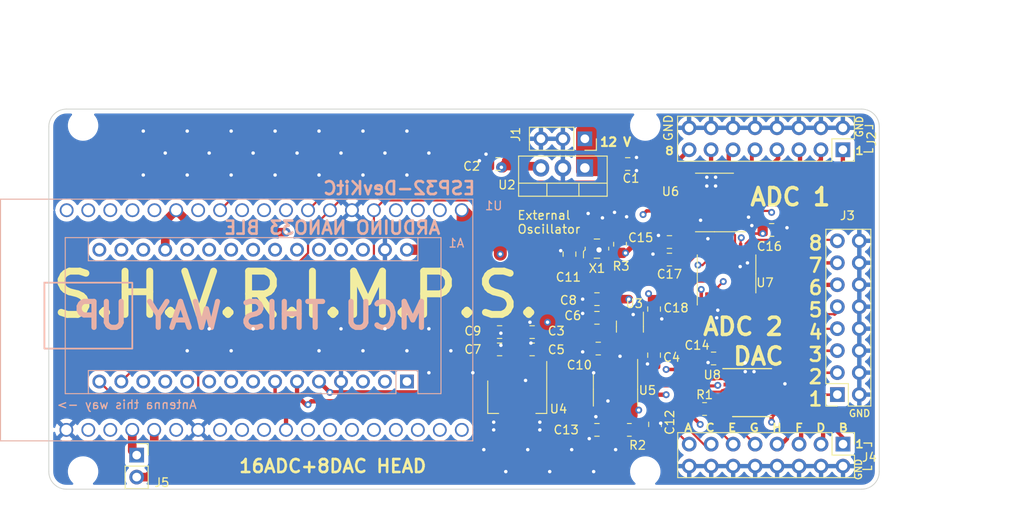
<source format=kicad_pcb>
(kicad_pcb (version 20211014) (generator pcbnew)
  (layers (0 "F.Cu" signal) (1 "In1.Cu" power) (2 "In2.Cu" mixed) (31 "B.Cu" power) (34 "B.Paste" user) (35 "F.Paste" user) (36 "B.SilkS" user "B.Silkscreen") (37 "F.SilkS" user "F.Silkscreen") (38 "B.Mask" user) (39 "F.Mask" user) (44 "Edge.Cuts" user))
  (net 0 "")
  (net 1 "+12V")
  (net 2 "Earth")
  (net 3 "+5V")
  (net 4 "+3.3VA")
  (net 5 "+3V3")
  (net 6 "Net-(C12-Pad1)")
  (net 7 "+3.3VDAC")
  (net 8 "VoutH")
  (net 9 "VoutG")
  (net 10 "VoutF")
  (net 11 "VoutE")
  (net 12 "VoutD")
  (net 13 "VoutC")
  (net 14 "VoutB")
  (net 15 "VoutA")
  (net 16 "ADC2_1")
  (net 17 "ADC2_2")
  (net 18 "ADC2_3")
  (net 19 "ADC2_4")
  (net 20 "ADC2_5")
  (net 21 "ADC2_6")
  (net 22 "ADC2_7")
  (net 23 "ADC2_8")
  (net 24 "ADC1_1")
  (net 25 "ADC1_2")
  (net 26 "ADC1_3")
  (net 27 "ADC1_4")
  (net 28 "ADC1_5")
  (net 29 "ADC1_6")
  (net 30 "ADC1_7")
  (net 31 "ADC1_8")
  (net 32 "Net-(R3-Pad1)")
  (net 33 "CLK")
  (net 34 "Net-(R1-Pad2)")
  (net 41 "LDAC")
  (net 42 "~{CLR}")
  (net 54 "MDAT")
  (net 55 "~{ADC2_CS}")
  (net 56 "~{ADC1_CS}")
  (net 59 "~{DAC_CS}")
  (net 60 "SK")
  (net 61 "PI")
  (net 62 "PO")
  (net 84 "RX")
  (net 85 "TX")
  (footprint "Package_SO:TSSOP-20_4.4x6.5mm_P0.65mm" (layer "F.Cu") (at 127 48.895 180)
    (fp_text reference "U6")
    (fp_text value "MCP3464R")
  )
  (footprint "Connector_PinSocket_2.54mm:PinSocket_1x02_P2.54mm_Vertical" (layer "F.Cu") (at 60.198 78.105)
    (fp_text reference "J5")
    (fp_text value "Conn_01x02_Male")
  )
  (footprint "Capacitor_SMD:C_0805_2012Metric_Pad1.18x1.45mm_HandSolder" (layer "F.Cu") (at 120.015 61.214 -90)
    (fp_text reference "C18")
    (fp_text value "0.1uF")
  )
  (footprint "Capacitor_SMD:C_0805_2012Metric_Pad1.18x1.45mm_HandSolder" (layer "F.Cu") (at 113.411 75.185 180)
    (fp_text reference "C13")
    (fp_text value "1nF")
  )
  (footprint "MountingHole:MountingHole_2.5mm" (layer "F.Cu") (at 54 40)
    (fp_text reference " ")
    (fp_text value "MountingHole_2.5mm")
  )
  (footprint "Package_SO:TSSOP-20_4.4x6.5mm_P0.65mm" (layer "F.Cu") (at 128.397 57.15 90)
    (fp_text reference "U7")
    (fp_text value "MCP3464R")
  )
  (footprint "Capacitor_SMD:C_0805_2012Metric_Pad1.18x1.45mm_HandSolder" (layer "F.Cu") (at 110.236 54.864 90)
    (fp_text reference "C11")
    (fp_text value "0.1uF" hide)
  )
  (footprint "Capacitor_SMD:C_0805_2012Metric_Pad1.18x1.45mm_HandSolder" (layer "F.Cu") (at 113.411 60.071 180)
    (fp_text reference "C8")
    (fp_text value "10uF" hide)
  )
  (footprint "MountingHole:MountingHole_2.5mm" (layer "F.Cu") (at 119 40)
    (fp_text reference " ")
    (fp_text value "MountingHole_2.5mm")
  )
  (footprint "Connector_PinSocket_2.54mm:PinSocket_2x08_P2.54mm_Vertical" (layer "F.Cu") (at 141.204 71.105 180)
    (fp_text reference "J3")
    (fp_text value "Conn_02x08_Odd_Even")
  )
  (footprint "Package_TO_SOT_SMD:SOT-223-3_TabPin2" (layer "F.Cu") (at 104.1955 71.374 -90)
    (fp_text reference "U4")
    (fp_text value "MCP1825S-3.3V" hide)
  )
  (footprint "Capacitor_SMD:C_0805_2012Metric_Pad1.18x1.45mm_HandSolder" (layer "F.Cu") (at 101.981 44.45 180)
    (fp_text reference "C2")
    (fp_text value "0.1uF")
  )
  (footprint "Resistor_SMD:R_0805_2012Metric_Pad1.20x1.40mm_HandSolder" (layer "F.Cu") (at 117.1565 75.185)
    (fp_text reference "R2")
    (fp_text value "50" hide)
  )
  (footprint "Capacitor_SMD:C_0805_2012Metric_Pad1.18x1.45mm_HandSolder" (layer "F.Cu") (at 105.918 63.88 180)
    (fp_text reference "C3")
    (fp_text value "10uF" hide)
  )
  (footprint "Capacitor_SMD:C_0805_2012Metric_Pad1.18x1.45mm_HandSolder" (layer "F.Cu") (at 126.8945 66.929 180)
    (fp_text reference "C14")
    (fp_text value "1uF")
  )
  (footprint "Capacitor_SMD:C_0805_2012Metric_Pad1.18x1.45mm_HandSolder" (layer "F.Cu") (at 120.1285 74.549 90)
    (fp_text reference "C12")
    (fp_text value "2.2uF" hide)
  )
  (footprint "MountingHole:MountingHole_2.5mm" (layer "F.Cu") (at 119 80)
    (fp_text reference " ")
    (fp_text value "MountingHole_2.5mm")
  )
  (footprint "Capacitor_SMD:C_0805_2012Metric_Pad1.18x1.45mm_HandSolder" (layer "F.Cu") (at 121.793 55.499 180)
    (fp_text reference "C17")
    (fp_text value "0.1uF")
  )
  (footprint "Package_TO_SOT_SMD:SOT-23" (layer "F.Cu") (at 117.221 63.246 -90)
    (fp_text reference "U3")
    (fp_text value "MCP1754S-3302xCB" hide)
  )
  (footprint "Capacitor_SMD:C_0805_2012Metric_Pad1.18x1.45mm_HandSolder" (layer "F.Cu") (at 102.1555 65.88)
    (fp_text reference "C7")
    (fp_text value "0.1uF" hide)
  )
  (footprint "Package_SO:SOIC-8_3.9x4.9mm_P1.27mm" (layer "F.Cu") (at 115.5565 70.485 -90)
    (fp_text reference "U5")
    (fp_text value "MCP1501-33xSN" hide)
  )
  (footprint "Capacitor_SMD:C_0805_2012Metric_Pad1.18x1.45mm_HandSolder" (layer "F.Cu") (at 116.967 44.45)
    (fp_text reference "C1")
    (fp_text value "0.1uF" hide)
  )
  (footprint "Package_TO_SOT_THT:TO-220-3_Vertical" (layer "F.Cu") (at 112.014 44.902 180)
    (fp_text reference "U2")
    (fp_text value "LM7805_TO220" hide)
  )
  (footprint "Capacitor_SMD:C_0805_2012Metric_Pad1.18x1.45mm_HandSolder" (layer "F.Cu") (at 102.1555 63.88)
    (fp_text reference "C9")
    (fp_text value "10uF" hide)
  )
  (footprint "Capacitor_SMD:C_0805_2012Metric_Pad1.18x1.45mm_HandSolder" (layer "F.Cu") (at 105.918 65.88 180)
    (fp_text reference "C5")
    (fp_text value "0.1uF" hide)
  )
  (footprint "Capacitor_SMD:C_0805_2012Metric_Pad1.18x1.45mm_HandSolder" (layer "F.Cu") (at 133.604 52.07)
    (fp_text reference "C16")
    (fp_text value "0.1uF")
  )
  (footprint "Resistor_SMD:R_0805_2012Metric_Pad1.20x1.40mm_HandSolder" (layer "F.Cu") (at 125.857 72.771)
    (fp_text reference "R1")
    (fp_text value "0")
  )
  (footprint "Package_SO:TSSOP-16-1EP_4.4x5mm_P0.65mm" (layer "F.Cu") (at 131.345 70.9265)
    (fp_text reference "U8")
    (fp_text value "DAC8568IAPW")
  )
  (footprint "MountingHole:MountingHole_2.5mm" (layer "F.Cu") (at 54 80)
    (fp_text reference " ")
    (fp_text value "MountingHole_2.5mm")
  )
  (footprint "Connector_PinSocket_2.54mm:PinSocket_1x03_P2.54mm_Vertical" (layer "F.Cu") (at 112.014 41.529 -90)
    (fp_text reference "J1")
    (fp_text value "Conn_01x03_Male")
  )
  (footprint "Capacitor_SMD:C_0805_2012Metric_Pad1.18x1.45mm_HandSolder" (layer "F.Cu") (at 113.411 62.23 180)
    (fp_text reference "C6")
    (fp_text value "0.1uF" hide)
  )
  (footprint "Resistor_SMD:R_0805_2012Metric_Pad1.20x1.40mm_HandSolder" (layer "F.Cu") (at 116.078 53.721 -90)
    (fp_text reference "R3")
    (fp_text value "0")
  )
  (footprint "Capacitor_SMD:C_0805_2012Metric_Pad1.18x1.45mm_HandSolder" (layer "F.Cu") (at 113.5595 65.785 180)
    (fp_text reference "C10")
    (fp_text value "2.2uF" hide)
  )
  (footprint "Capacitor_SMD:C_0805_2012Metric_Pad1.18x1.45mm_HandSolder" (layer "F.Cu") (at 121.793 53.467 180)
    (fp_text reference "C15")
    (fp_text value "0.1uF")
  )
  (footprint "Capacitor_SMD:C_0805_2012Metric_Pad1.18x1.45mm_HandSolder" (layer "F.Cu") (at 120.015 66.548 -90)
    (fp_text reference "C4")
    (fp_text value "0.1uF" hide)
  )
  (footprint "Connector_PinSocket_2.54mm:PinSocket_2x08_P2.54mm_Vertical" (layer "F.Cu") (at 141.844 42.799 -90)
    (fp_text reference "J2")
    (fp_text value "Conn_02x08_Odd_Even")
  )
  (footprint "Oscillator:Oscillator_SMD_ECS_2520MV-xxx-xx-4Pin_2.5x2.0mm" (layer "F.Cu") (at 113.411 54.229 90)
    (fp_text reference "X1")
    (fp_text value "ECS-2520MVLC-049-BN-TR" hide)
  )
  (footprint "Library:ESP32-devkitC-v4" (layer "B.Cu") (at 65.019 61.976 -90)
    (fp_text reference "U1")
    (fp_text value "ESP32-DevKit-C")
  )
  (footprint "Connector_PinSocket_2.54mm:PinSocket_2x08_P2.54mm_Vertical" (layer "B.Cu") (at 141.859 76.835 90)
    (fp_text reference "J4")
    (fp_text value "Conn_02x08_Odd_Even")
  )
  (footprint "Module:Arduino_Nano" (layer "B.Cu") (at 91.44 69.596 90)
    (fp_text reference "A1")
    (fp_text value "Arduino_Nano_v3.x")
  )
  (gr_rect (start 49.53 65.786) (end 59.69 58.166) (layer "B.SilkS") (width 0.2) (fill none))
  (gr_line (start 144.399 40.005) (end 145.288 40.005) (layer "F.SilkS") (width 0.15))
  (gr_line (start 145.161 76.708) (end 145.161 77.089) (layer "F.SilkS") (width 0.15))
  (gr_line (start 145.288 43.053) (end 145.288 42.672) (layer "F.SilkS") (width 0.15))
  (gr_line (start 145.288 40.005) (end 145.288 40.386) (layer "F.SilkS") (width 0.15))
  (gr_line (start 144.272 43.053) (end 145.288 43.053) (layer "F.SilkS") (width 0.15))
  (gr_line (start 145.161 79.756) (end 145.161 79.375) (layer "F.SilkS") (width 0.15))
  (gr_line (start 144.145 79.756) (end 145.161 79.756) (layer "F.SilkS") (width 0.15))
  (gr_line (start 144.272 76.708) (end 145.161 76.708) (layer "F.SilkS") (width 0.15))
  (gr_arc (start 52.07 82.042) (mid 50.633159 81.446841) (end 50.038 80.01) (layer "Edge.Cuts") (width 0.1))
  (gr_line (start 146.05 80.01) (end 146.05 40.132) (layer "Edge.Cuts") (width 0.1))
  (gr_line (start 144.018 38.1) (end 52.07 38.1) (layer "Edge.Cuts") (width 0.1))
  (gr_line (start 50.038 40.132) (end 50.038 80.01) (layer "Edge.Cuts") (width 0.1))
  (gr_line (start 52.07 82.042) (end 144.018 82.042) (layer "Edge.Cuts") (width 0.1))
  (gr_arc (start 146.05 80.01) (mid 145.454841 81.446841) (end 144.018 82.042) (layer "Edge.Cuts") (width 0.1))
  (gr_arc (start 144.018 38.1) (mid 145.454841 38.695159) (end 146.05 40.132) (layer "Edge.Cuts") (width 0.1))
  (gr_arc (start 50.038 40.132) (mid 50.633159 38.695159) (end 52.07 38.1) (layer "Edge.Cuts") (width 0.1))
  (gr_text "MCU THIS WAY UP" (at 73.406 61.976) (layer "B.SilkS") (effects (font (size 3 3) (thickness 0.6)) (justify mirror)))
  (gr_text "ESP32-DevKitC" (at 90.551 47.244) (layer "B.SilkS") (effects (font (size 1.5 1.5) (thickness 0.3)) (justify mirror)))
  (gr_text "Antenna this way ->" (at 59.055 72.263) (layer "B.SilkS") (effects (font (size 1 1)) (justify mirror)))
  (gr_text "ARDUINO NANO33 BLE" (at 82.804 51.816) (layer "B.SilkS") (effects (font (size 1.5 1.5) (thickness 0.3)) (justify mirror)))
  (gr_text "ADC 2" (at 130.302 63.246) (layer "F.SilkS") (effects (font (size 2 2) (thickness 0.4))))
  (gr_text "A  C  E  G  H  F  D  B" (at 132.969 74.93) (layer "F.SilkS") (effects (font (size 0.9 1.03) (thickness 0.2))))
  (gr_text "8\n7\n6\n5\n4\n3\n2\n1" (at 138.684 62.611) (layer "F.SilkS") (effects (font (size 1.6 1.6) (thickness 0.3))))
  (gr_text "1\n" (at 143.764 76.835) (layer "F.SilkS") (effects (font (size 0.9 1) (thickness 0.2))))
  (gr_text "DAC" (at 132.08 66.675) (layer "F.SilkS") (effects (font (size 2 2) (thickness 0.4))))
  (gr_text "GND" (at 143.637 79.756 90) (layer "F.SilkS") (effects (font (size 0.8 0.8))))
  (gr_text "GND" (at 143.764 40.132 90) (layer "F.SilkS") (effects (font (size 0.8 0.8))))
  (gr_text "GND" (at 121.666 40.259 90) (layer "F.SilkS") (effects (font (size 1 1))))
  (gr_text "External\nOscillator" (at 104.14 51.181) (layer "F.SilkS") (effects (font (size 1 1)) (justify left)))
  (gr_text "GND" (at 143.774 73.279) (layer "F.SilkS") (effects (font (size 0.8 0.8))))
  (gr_text "16ADC+8DAC HEAD" (at 71.882 79.375) (layer "F.SilkS") (effects (font (size 1.5 1.5) (thickness 0.3)) (justify left)))
  (gr_text "S.H.V.R.I.M.P.S." (at 78.613 59.563) (layer "F.SilkS") (effects (font (size 5 5) (thickness 0.8))))
  (gr_text "8" (at 121.793 42.926) (layer "F.SilkS") (effects (font (size 0.9 1) (thickness 0.2))))
  (gr_text "ADC 1" (at 135.763 48.26) (layer "F.SilkS") (effects (font (size 2 2) (thickness 0.4))))
  (gr_text "1" (at 143.764 42.926) (layer "F.SilkS") (effects (font (size 0.9 1) (thickness 0.2))))
  (gr_text "12 V" (at 115.57 41.91) (layer "F.SilkS") (effects (font (size 1 1) (thickness 0.25))))
  (segment (start 112.014 44.775) (end 112.466 44.323) (width 1) (layer "F.Cu") (net 1))
  (segment (start 115.4775 44.775) (end 115.9295 44.323) (width 0.25) (layer "F.Cu") (net 1))
  (segment (start 104.394 75.184) (end 106.807 75.184) (width 0.8) (layer "F.Cu") (net 2))
  (segment (start 104.8805 63.754) (end 104.8805 63.5215) (width 0.25) (layer "F.Cu") (net 2))
  (segment (start 104.1955 74.524) (end 104.1955 74.9855) (width 0.25) (layer "F.Cu") (net 2))
  (segment (start 100.203 44.45) (end 99.822 44.069) (width 1) (layer "F.Cu") (net 2))
  (segment (start 126.772 60.0125) (end 126.772 60.735717) (width 0.3) (layer "F.Cu") (net 2))
  (segment (start 100.9435 43.6665) (end 100.584 43.307) (width 1) (layer "F.Cu") (net 2))
  (segment (start 104.1955 68.5085) (end 105.156 69.469) (width 0.25) (layer "F.Cu") (net 2))
  (segment (start 113.652311 54.375651) (end 114.10366 54.827) (width 0.8) (layer "F.Cu") (net 2))
  (segment (start 109.596 54.4665) (end 110.236 53.8265) (width 0.8) (layer "F.Cu") (net 2))
  (segment (start 104.1955 67.974) (end 104.1955 68.5085) (width 0.25) (layer "F.Cu") (net 2))
  (segment (start 111.76 66.167) (end 112.4995 66.167) (width 0.25) (layer "F.Cu") (net 2))
  (segment (start 130.937 50.5945) (end 130.8625 50.52) (width 0.25) (layer "F.Cu") (net 2))
  (segment (start 104.1955 74.9855) (end 104.394 75.184) (width 0.25) (layer "F.Cu") (net 2))
  (segment (start 105.17356 65.754) (end 105.778495 65.149065) (width 0.25) (layer "F.Cu") (net 2))
  (segment (start 120.523 52.705) (end 120.523 53.213) (width 0.25) (layer "F.Cu") (net 2))
  (segment (start 113.6515 68.01) (end 113.605009 68.01) (width 0.25) (layer "F.Cu") (net 2))
  (segment (start 114.681 71.844489) (end 114.9215 72.084989) (width 0.5) (layer "F.Cu") (net 2))
  (segment (start 104.013 75.184) (end 101.473 75.184) (width 0.8) (layer "F.Cu") (net 2))
  (segment (start 106.786 74.274) (end 106.807 74.295) (width 0.25) (layer "F.Cu") (net 2))
  (segment (start 135.051714 69.9515) (end 135.1431 69.860114) (width 0.25) (layer "F.Cu") (net 2))
  (segment (start 120.523 55.499) (end 120.777 55.499) (width 0.25) (layer "F.Cu") (net 2))
  (segment (start 104.8805 65.754) (end 105.17356 65.754) (width 0.25) (layer "F.Cu") (net 2))
  (segment (start 125.171721 51.17) (end 124.1375 51.17) (width 0.25) (layer "F.Cu") (net 2))
  (segment (start 118.0615 62.3085) (end 118.171 62.3085) (width 0.6) (layer "F.Cu") (net 2))
  (segment (start 131.318 51.562) (end 131.191 51.435) (width 0.25) (layer "F.Cu") (net 2))
  (segment (start 125.391819 50.949902) (end 125.171721 51.17) (width 0.25) (layer "F.Cu") (net 2))
  (segment (start 126.772 60.735717) (end 127.377283 61.341) (width 0.3) (layer "F.Cu") (net 2))
  (segment (start 134.536 52.324) (end 134.874 52.324) (width 0.25) (layer "F.Cu") (net 2))
  (segment (start 114.9215 72.084989) (end 114.9215 72.96) (width 0.25) (layer "F.Cu") (net 2))
  (segment (start 131.191 51.435) (end 130.824511 51.435) (width 0.25) (layer "F.Cu") (net 2))
  (segment (start 104.1955 74.524) (end 104.1955 75.0015) (width 0.25) (layer "F.Cu") (net 2))
  (segment (start 103.193 63.754) (end 102.559 63.754) (width 0.25) (layer "F.Cu") (net 2))
  (segment (start 113.605009 68.01) (end 113.03 68.585009) (width 0.25) (layer "F.Cu") (net 2))
  (segment (start 117.602 61.849) (end 118.0615 62.3085) (width 0.6) (layer "F.Cu") (net 2))
  (segment (start 100.9435 44.45) (end 100.203 44.45) (width 1) (layer "F.Cu") (net 2))
  (segment (start 120.777923 74.417599) (end 120.772599 74.417599) (width 0.5) (layer "F.Cu") (net 2))
  (segment (start 104.1955 75.0015) (end 104.013 75.184) (width 0.25) (layer "F.Cu") (net 2))
  (segment (start 102.654 65.754) (end 102.305 65.405) (width 0.25) (layer "F.Cu") (net 2))
  (segment (start 119.888 67.564) (end 119.253 67.564) (width 0.25) (layer "F.Cu") (net 2))
  (segment (start 130.8625 50.52) (end 129.8625 50.52) (width 0.25) (layer "F.Cu") (net 2))
  (segment (start 134.12 69.9515) (end 135.051714 69.9515) (width 0.4) (layer "F.Cu") (net 2))
  (segment (start 126.2595 67.3995) (end 125.916 67.056) (width 0.25) (layer "F.Cu") (net 2))
  (segment (start 126.238 53.483639) (end 126.122 53.599639) (width 0.25) (layer "F.Cu") (net 2))
  (segment (start 126.122 53.599639) (end 126.122 54.2875) (width 0.25) (layer "F.Cu") (net 2))
  (segment (start 127.377283 61.341) (end 127.381 61.341) (width 0.3) (layer "F.Cu") (net 2))
  (segment (start 116.1915 66.7885) (end 116.078 66.675) (width 0.25) (layer "F.Cu") (net 2))
  (segment (start 104.8805 63.5215) (end 105.664 62.738) (width 0.25) (layer "F.Cu") (net 2))
  (segment (start 134.874 52.324) (end 135.382 51.816) (width 0.25) (layer "F.Cu") (net 2))
  (segment (start 113.284 73.3275) (end 113.6515 72.96) (width 0.25) (layer "F.Cu") (net 2))
  (segment (start 112.419 76.097) (end 112.419 75.185) (width 0.25) (layer "F.Cu") (net 2))
  (segment (start 109.22 54.4665) (end 109.596 54.4665) (width 0.8) (layer "F.Cu") (net 2))
  (segment (start 127.254 62.230011) (end 126.122 61.098011) (width 0.3) (layer "F.Cu") (net 2))
  (segment (start 116.1915 68.01) (end 116.1915 66.7885) (width 0.25) (layer "F.Cu") (net 2))
  (segment (start 130.559511 51.17) (end 129.8625 51.17) (width 0.25) (layer "F.Cu") (net 2))
  (segment (start 130.824511 51.435) (end 130.559511 51.17) (width 0.25) (layer "F.Cu") (net 2))
  (segment (start 113.284 73.66) (end 113.284 73.3275) (width 0.25) (layer "F.Cu") (net 2))
  (segment (start 120.523 53.213) (end 120.777 53.467) (width 0.25) (layer "F.Cu") (net 2))
  (segment (start 101.494 74.274) (end 101.473 74.295) (width 0.25) (layer "F.Cu") (net 2))
  (segment (start 126.238 53.086) (end 126.238 53.483639) (width 0.25) (layer "F.Cu") (net 2))
  (segment (start 120.772599 74.417599) (end 120.1285 73.7735) (width 0.5) (layer "F.Cu") (net 2))
  (segment (start 112.522 76.2) (end 112.419 76.097) (width 0.25) (layer "F.Cu") (net 2))
  (segment (start 104.1955 74.274) (end 106.786 74.274) (width 0.8) (layer "F.Cu") (net 2))
  (segment (start 114.10366 54.827) (end 114.336 54.827) (width 0.25) (layer "F.Cu") (net 2))
  (segment (start 104.1955 74.274) (end 101.494 74.274) (width 0.8) (layer "F.Cu") (net 2))
  (segment (start 102.559 63.754) (end 102.305 64.008) (width 0.25) (layer "F.Cu") (net 2))
  (segment (start 112.4995 66.167) (end 112.8815 65.785) (width 0.25) (layer "F.Cu") (net 2))
  (segment (start 103.193 65.754) (end 102.654 65.754) (width 0.25) (layer "F.Cu") (net 2))
  (segment (start 127.381 61.3495) (end 127.381 61.341) (width 0.25) (layer "F.Cu") (net 2))
  (segment (start 126.122 61.098011) (end 126.122 60.0125) (width 0.3) (layer "F.Cu") (net 2))
  (segment (start 119.888 54.864) (end 120.523 55.499) (width 0.25) (layer "F.Cu") (net 2))
  (segment (start 100.9435 44.45) (end 100.9435 43.6665) (width 1) (layer "F.Cu") (net 2))
  (via (at 127.254 62.230011) (size 0.8) (drill 0.4) (layers "F.Cu" "B.Cu") (net 2))
  (via (at 106.807 75.184) (size 0.8) (drill 0.4) (layers "F.Cu" "B.Cu") (net 2))
  (via (at 66.04 66.04) (size 0.8) (drill 0.4) (layers "F.Cu" "B.Cu") (net 2))
  (via (at 81.28 40.64) (size 0.8) (drill 0.4) (layers "F.Cu" "B.Cu") (net 2))
  (via (at 130.937 50.5945) (size 0.8) (drill 0.4) (layers "F.Cu" "B.Cu") (net 2))
  (via (at 117.983 43.688) (size 1.2) (drill 0.4) (layers "F.Cu" "B.Cu") (net 2))
  (via (at 115.57 77.47) (size 0.8) (drill 0.4) (layers "F.Cu" "B.Cu") (net 2))
  (via (at 127.127 46.99) (size 0.8) (drill 0.4) (layers "F.Cu" "B.Cu") (net 2))
  (via (at 113.284 73.66) (size 0.8) (drill 0.4) (layers "F.Cu" "B.Cu") (net 2))
  (via (at 126.2595 67.3995) (size 0.8) (drill 0.4) (layers "F.Cu" "B.Cu") (net 2))
  (via (at 127.381 61.3495) (size 0.8) (drill 0.4) (layers "F.Cu" "B.Cu") (net 2))
  (via (at 113.652311 54.375651) (size 0.8) (drill 0.6) (layers "F.Cu" "B.Cu") (net 2))
  (via (at 83.82 63.5) (size 0.8) (drill 0.4) (layers "F.Cu" "B.Cu") (net 2))
  (via (at 71.12 40.64) (size 0.8) (drill 0.4) (layers "F.Cu" "B.Cu") (net 2))
  (via (at 130.81 55.88) (size 0.8) (drill 0.4) (layers "F.Cu" "B.Cu") (net 2))
  (via (at 113.03 80.01) (size 0.8) (drill 0.4) (layers "F.Cu" "B.Cu") (net 2))
  (via (at 117.602 61.849) (size 1) (drill 0.4) (layers "F.Cu" "B.Cu") (net 2))
  (via (at 71.12 66.04) (size 0.8) (drill 0.4) (layers "F.Cu" "B.Cu") (net 2))
  (via (at 102.305 65.405) (size 0.8) (drill 0.4) (layers "F.Cu" "B.Cu") (net 2))
  (via (at 117.983 45.212) (size 1.2) (drill 0.4) (layers "F.Cu" "B.Cu") (net 2))
  (via (at 91.44 45.72) (size 0.8) (drill 0.4) (layers "F.Cu" "B.Cu") (net 2))
  (via (at 73.66 43.18) (size 0.8) (drill 0.4) (layers "F.Cu" "B.Cu") (net 2))
  (via (at 126.111 46.99) (size 0.8) (drill 0.4) (layers "F.Cu" "B.Cu") (net 2))
  (via (at 114.681 71.844489) (size 0.8) (drill 0.4) (layers "F.Cu" "B.Cu") (net 2))
  (via (at 105.156 69.469) (size 0.8) (drill 0.4) (layers "F.Cu" "B.Cu") (net 2))
  (via (at 116.84 50.546) (size 0.8) (drill 0.4) (layers "F.Cu" "B.Cu") (net 2))
  (via (at 101.473 75.184) (size 0.8) (drill 0.4) (layers "F.Cu" "B.Cu") (net 2))
  (via (at 66.04 45.72) (size 0.8) (drill 0.4) (layers "F.Cu" "B.Cu") (net 2))
  (via (at 76.2 40.64) (size 0.8) (drill 0.4) (layers "F.Cu" "B.Cu") (net 2))
  (via (at 81.28 66.04) (size 0.8) (drill 0.4) (layers "F.Cu" "B.Cu") (net 2))
  (via (at 101.473 74.295) (size 0.8) (drill 0.4) (layers "F.Cu" "B.Cu") (net 2))
  (via (at 115.443 50.038) (size 0.8) (drill 0.4) (layers "F.Cu" "B.Cu") (net 2))
  (via (at 86.36 66.04) (size 0.8) (drill 0.4) (layers "F.Cu" "B.Cu") (net 2))
  (via (at 91.44 66.04) (size 0.8) (drill 0.4) (layers "F.Cu" "B.Cu") (net 2))
  (via (at 126.238 53.086) (size 0.8) (drill 0.4) (layers "F.Cu" "B.Cu") (net 2))
  (via (at 105.778495 65.149065) (size 0.8) (drill 0.4) (layers "F.Cu" "B.Cu") (net 2))
  (via (at 129.968938 56.308938) (size 0.8) (drill 0.4) (layers "F.Cu" "B.Cu") (net 2))
  (via (at 105.41 77.47) (size 0.8) (drill 0.4) (layers "F.Cu" "B.Cu") (net 2))
  (via (at 88.9 63.5) (size 0.8) (drill 0.4) (layers "F.Cu" "B.Cu") (net 2))
  (via (at 100.584 43.307) (size 1) (drill 0.4) (layers "F.Cu" "B.Cu") (net 2))
  (via (at 105.664 62.738) (size 0.8) (drill 0.4) (layers "F.Cu" "B.Cu") (net 2))
  (via (at 120.523 52.705) (size 0.8) (drill 0.4) (layers "F.Cu" "B.Cu") (net 2))
  (via (at 119.253 67.564) (size 0.8) (drill 0.4) (layers "F.Cu" "B.Cu") (net 2))
  (via (at 106.807 74.295) (size 0.8) (drill 0.4) (layers "F.Cu" "B.Cu") (net 2))
  (via (at 102.305 64.008) (size 0.8) (drill 0.4) (layers "F.Cu" "B.Cu") (net 2))
  (via (at 73.66 63.5) (size 0.8) (drill 0.4) (layers "F.Cu" "B.Cu") (net 2))
  (via (at 60.96 40.64) (size 0.8) (drill 0.4) (layers "F.Cu" "B.Cu") (net 2))
  (via (at 99.06 68.58) (size 0.8) (drill 0.4) (layers "F.Cu" "B.Cu") (net 2))
  (via (at 86.36 45.72) (size 0.8) (drill 0.4) (layers "F.Cu" "B.Cu") (net 2))
  (via (at 110.49 77.47) (size 0.8) (drill 0.4) (layers "F.Cu" "B.Cu") (net 2))
  (via (at 125.391819 50.949902) (size 0.8) (drill 0.4) (layers "F.Cu" "B.Cu") (net 2))
  (via (at 100.33 77.47) (size 0.8) (drill 0.4) (layers "F.Cu" "B.Cu") (net 2))
  (via (at 71.12 45.72) (size 0.8) (drill 0.4) (layers "F.Cu" "B.Cu") (net 2))
  (via (at 112.522 76.2) (size 0.8) (drill 0.4) (layers "F.Cu" "B.Cu") (net 2))
  (via (at 113.03 68.585009) (size 0.8) (drill 0.4) (layers "F.Cu" "B.Cu") (net 2))
  (via (at 66.04 40.64) (size 0.8) (drill 0.4) (layers "F.Cu" "B.Cu") (net 2))
  (via (at 126.111 45.974) (size 0.8) (drill 0.4) (layers "F.Cu" "B.Cu") (net 2))
  (via (at 68.58 43.18) (size 0.8) (drill 0.4) (layers "F.Cu" "B.Cu") (net 2))
  (via (at 135.1431 69.860114) (size 0.8) (drill 0.4) (layers "F.Cu" "B.Cu") (net 2))
  (via (at 86.36 40.64) (size 0.8) (drill 0.4) (layers "F.Cu" "B.Cu") (net 2))
  (via (at 102.87 80.01) (size 0.8) (drill 0.4) (layers "F.Cu" "B.Cu") (net 2))
  (via (at 131.572 68.453) (size 0.8) (drill 0.4) (layers "F.Cu" "B.Cu") (net 2))
  (via (at 91.44 40.64) (size 0.8) (drill 0.4) (layers "F.Cu" "B.Cu") (net 2))
  (via (at 68.58 63.5) (size 0.8) (drill 0.4) (layers "F.Cu" "B.Cu") (net 2))
  (via (at 116.078 66.675) (size 0.8) (drill 0.4) (layers "F.Cu" "B.Cu") (net 2))
  (via (at 107.95 80.01) (size 0.8) (drill 0.4) (layers "F.Cu" "B.Cu") (net 2))
  (via (at 76.2 45.72) (size 0.8) (drill 0.4) (layers "F.Cu" "B.Cu") (net 2))
  (via (at 114.046 50.673) (size 0.8) (drill 0.4) (layers "F.Cu" "B.Cu") (net 2))
  (via (at 135.382 51.816) (size 0.8) (drill 0.4) (layers "F.Cu" "B.Cu") (net 2))
  (via (at 93.98 68.58) (size 0.8) (drill 0.4) (layers "F.Cu" "B.Cu") (net 2))
  (via (at 78.74 43.18) (size 0.8) (drill 0.4) (layers "F.Cu" "B.Cu") (net 2))
  (via (at 120.904 62.357) (size 0.8) (drill 0.4) (layers "F.Cu" "B.Cu") (net 2))
  (via (at 127.127 45.974) (size 0.8) (drill 0.4) (layers "F.Cu" "B.Cu") (net 2))
  (via (at 120.777923 74.417599) (size 0.8) (drill 0.4) (layers "F.Cu" "B.Cu") (net 2))
  (via (at 112.395 50.165) (size 0.8) (drill 0.4) (layers "F.Cu" "B.Cu") (net 2))
  (via (at 119.888 54.864) (size 0.8) (drill 0.4) (layers "F.Cu" "B.Cu") (net 2))
  (via (at 93.98 43.18) (size 0.8) (drill 0.4) (layers "F.Cu" "B.Cu") (net 2))
  (via (at 83.82 43.18) (size 0.8) (drill 0.4) (layers "F.Cu" "B.Cu") (net 2))
  (via (at 96.52 66.04) (size 0.8) (drill 0.4) (layers "F.Cu" "B.Cu") (net 2))
  (via (at 99.822 44.069) (size 1) (drill 0.4) (layers "F.Cu" "B.Cu") (net 2))
  (via (at 60.96 45.72) (size 0.8) (drill 0.4) (layers "F.Cu" "B.Cu") (net 2))
  (via (at 111.76 61.722) (size 1) (drill 0.4) (layers "F.Cu" "B.Cu") (net 2))
  (via (at 130.556 67.437) (size 0.8) (drill 0.4) (layers "F.Cu" "B.Cu") (net 2))
  (via (at 130.556 68.453) (size 0.8) (drill 0.4) (layers "F.Cu" "B.Cu") (net 2))
  (via (at 93.98 63.5) (size 0.8) (drill 0.4) (layers "F.Cu" "B.Cu") (net 2))
  (via (at 111.76 60.071) (size 1) (drill 0.4) (layers "F.Cu" "B.Cu") (net 2))
  (via (at 63.5 43.18) (size 0.8) (drill 0.4) (layers "F.Cu" "B.Cu") (net 2))
  (via (at 131.318 51.562) (size 0.8) (drill 0.4) (layers "F.Cu" "B.Cu") (net 2))
  (via (at 81.28 45.72) (size 0.8) (drill 0.4) (layers "F.Cu" "B.Cu") (net 2))
  (via (at 109.22 54.4665) (size 0.8) (drill 0.4) (layers "F.Cu" "B.Cu") (net 2))
  (via (at 88.9 43.18) (size 0.8) (drill 0.4) (layers "F.Cu" "B.Cu") (net 2))
  (via (at 111.76 66.167) (size 0.8) (drill 0.4) (layers "F.Cu" "B.Cu") (net 2))
  (segment (start 110.744 64.389) (end 113.5605 64.389) (width 0.5) (layer "F.Cu") (net 3))
  (segment (start 106.4955 67.974) (end 109.8265 64.643) (width 1) (layer "F.Cu") (net 3))
  (segment (start 109.8265 64.643) (end 110.49 64.643) (width 1) (layer "F.Cu") (net 3))
  (segment (start 106.9555 65.754) (end 106.9555 67.514) (width 0.6) (layer "F.Cu") (net 3))
  (segment (start 102.235 54.234) (end 97.785 49.784) (width 1.5) (layer "F.Cu") (net 3))
  (segment (start 107.696 62.738) (end 106.9555 63.4785) (width 1) (layer "F.Cu") (net 3))
  (segment (start 114.9565 67.975) (end 114.9215 68.01) (width 0.25) (layer "F.Cu") (net 3))
  (segment (start 106.9555 63.754) (end 106.9555 65.754) (width 0.6) (layer "F.Cu") (net 3))
  (segment (start 102.5105 44.831) (end 103.0185 44.323) (width 1.2) (layer "F.Cu") (net 3))
  (segment (start 116.333 65.785) (end 114.9565 65.785) (width 0.5) (layer "F.Cu") (net 3))
  (segment (start 117.221 64.1835) (end 117.221 64.897) (width 0.25) (layer "F.Cu") (net 3))
  (segment (start 117.221 64.897) (end 116.333 65.785) (width 0.5) (layer "F.Cu") (net 3))
  (segment (start 117.4615 68.01) (end 117.4615 64.424) (width 0.5) (layer "F.Cu") (net 3))
  (segment (start 106.863 44.704) (end 106.934 44.775) (width 1) (layer "F.Cu") (net 3))
  (segment (start 97.785 49.784) (end 97.785 51.567) (width 1.2) (layer "F.Cu") (net 3))
  (segment (start 110.49 64.643) (end 110.744 64.389) (width 0.5) (layer "F.Cu") (net 3))
  (segment (start 94.996 54.356) (end 91.44 54.356) (width 1.2) (layer "F.Cu") (net 3))
  (segment (start 113.5605 64.389) (end 114.9565 65.785) (width 0.5) (layer "F.Cu") (net 3))
  (segment (start 103.5415 44.704) (end 106.863 44.704) (width 1) (layer "F.Cu") (net 3))
  (segment (start 114.9565 65.785) (end 114.9565 67.975) (width 0.5) (layer "F.Cu") (net 3))
  (segment (start 117.4615 64.424) (end 117.221 64.1835) (width 0.25) (layer "F.Cu") (net 3))
  (segment (start 102.362 44.831) (end 102.5105 44.831) (width 1.2) (layer "F.Cu") (net 3))
  (segment (start 102.235 54.864) (end 102.235 54.234) (width 1.5) (layer "F.Cu") (net 3))
  (segment (start 106.9555 63.4785) (end 106.9555 63.754) (width 1) (layer "F.Cu") (net 3))
  (segment (start 97.785 51.567) (end 94.996 54.356) (width 1.2) (layer "F.Cu") (net 3))
  (via (at 102.235 54.864) (size 0.8) (drill 0.4) (layers "F.Cu" "B.Cu") (net 3))
  (via (at 102.362 44.831) (size 1.2) (drill 0.4) (layers "F.Cu" "B.Cu") (net 3))
  (via (at 107.696 62.738) (size 0.8) (drill 0.4) (layers "F.Cu" "B.Cu") (net 3))
  (segment (start 132.588 52.4885) (end 131.18453 52.4885) (width 0.3) (layer "F.Cu") (net 4))
  (segment (start 114.5755 60.198) (end 114.5755 62.1965) (width 1.1) (layer "F.Cu") (net 4))
  (segment (start 114.427 62.23) (end 114.5055 62.3085) (width 1) (layer "F.Cu") (net 4))
  (segment (start 132.588 52.4885) (end 132.2965 52.4885) (width 0.5) (layer "F.Cu") (net 4))
  (segment (start 132.292913 52.492087) (end 132.461 52.324) (width 0.3) (layer "F.Cu") (net 4))
  (segment (start 125.476 58.96035) (end 125.476 60.0085) (width 0.4) (layer "F.Cu") (net 4))
  (segment (start 130.51603 51.82) (end 129.8625 51.82) (width 0.3) (layer "F.Cu") (net 4))
  (segment (start 114.5275 60.071) (end 114.488 60.1105) (width 1) (layer "F.Cu") (net 4))
  (segment (start 114.5055 62.3085) (end 116.271 62.3085) (width 1) (layer "F.Cu") (net 4))
  (segment (start 120.015 60.1765) (end 120.015 60.071) (width 0.25) (layer "F.Cu") (net 4))
  (segment (start 131.18453 52.4885) (end 130.51603 51.82) (width 0.3) (layer "F.Cu") (net 4))
  (segment (start 117.094 60.071) (end 114.5275 60.071) (width 1) (layer "F.Cu") (net 4))
  (segment (start 120.015 60.071) (end 119.38 59.436) (width 0.25) (layer "F.Cu") (net 4))
  (segment (start 125.466083 58.950433) (end 125.476 58.96035) (width 0.4) (layer "F.Cu") (net 4))
  (segment (start 132.2965 52.4885) (end 132.292913 52.492087) (width 0.5) (layer "F.Cu") (net 4))
  (via (at 132.588 52.4885) (size 0.8) (drill 0.4) (layers "F.Cu" "B.Cu") (net 4))
  (via (at 119.38 59.436) (size 0.8) (drill 0.4) (layers "F.Cu" "B.Cu") (net 4))
  (via (at 125.466083 58.950433) (size 0.8) (drill 0.4) (layers "F.Cu" "B.Cu") (net 4))
  (via (at 117.094 60.071) (size 0.8) (drill 0.4) (layers "F.Cu" "B.Cu") (net 4))
  (segment (start 129.525489 67.295489) (end 129.525489 69.745033) (width 0.3) (layer "F.Cu") (net 5))
  (segment (start 105.791 57.15) (end 122.6095 57.15) (width 0.6) (layer "F.Cu") (net 5))
  (segment (start 110.236 55.626) (end 110.300635 55.626) (width 0.5) (layer "F.Cu") (net 5))
  (segment (start 129.319022 69.9515) (end 128.57 69.9515) (width 0.3) (layer "F.Cu") (net 5))
  (segment (start 122.852 53.1055) (end 122.852 53.467) (width 0.4) (layer "F.Cu") (net 5))
  (segment (start 123.317 56.4425) (end 125.472 54.2875) (width 0.4) (layer "F.Cu") (net 5))
  (segment (start 124.1375 51.82) (end 122.852 53.1055) (width 0.4) (layer "F.Cu") (net 5))
  (segment (start 129.159 66.929) (end 129.525489 67.295489) (width 0.3) (layer "F.Cu") (net 5))
  (segment (start 122.852 55.499) (end 124.253 54.098) (width 0.4) (layer "F.Cu") (net 5))
  (segment (start 124.253 54.098) (end 125.472 54.098) (width 0.4) (layer "F.Cu") (net 5))
  (segment (start 129.525489 69.745033) (end 129.319022 69.9515) (width 0.3) (layer "F.Cu") (net 5))
  (segment (start 101.118 65.754) (end 101.118 61.823) (width 0.6) (layer "F.Cu") (net 5))
  (segment (start 127.932 66.464) (end 122.682 61.214) (width 0.4) (layer "F.Cu") (net 5))
  (segment (start 110.300635 55.626) (end 110.308981 55.626) (width 0.6) (layer "F.Cu") (net 5))
  (segment (start 101.8955 67.974) (end 101.8955 66.5315) (width 0.6) (layer "F.Cu") (net 5))
  (segment (start 122.6095 57.15) (end 123.317 56.4425) (width 0.6) (layer "F.Cu") (net 5))
  (segment (start 127.932 66.929) (end 129.159 66.929) (width 0.3) (layer "F.Cu") (net 5))
  (segment (start 101.118 61.823) (end 105.791 57.15) (width 0.6) (layer "F.Cu") (net 5))
  (segment (start 101.8955 66.5315) (end 101.118 65.754) (width 0.6) (layer "F.Cu") (net 5))
  (segment (start 110.308981 55.626) (end 112.485 53.449981) (width 0.6) (layer "F.Cu") (net 5))
  (segment (start 127.932 66.929) (end 127.932 66.464) (width 0.4) (layer "F.Cu") (net 5))
  (segment (start 122.682 61.214) (end 122.682 57.023) (width 0.4) (layer "F.Cu") (net 5))
  (segment (start 119.599 75.185) (end 119.852 75.438) (width 1) (layer "F.Cu") (net 6))
  (segment (start 118.1565 75.185) (end 119.599 75.185) (width 1) (layer "F.Cu") (net 6))
  (segment (start 114.4485 75.185) (end 116.077 75.185) (width 1.5) (layer "F.Cu") (net 7))
  (segment (start 118.175 72.96) (end 118.237 72.898) (width 0.25) (layer "F.Cu") (net 7))
  (segment (start 124.46 73.168) (end 124.857 72.771) (width 0.25) (layer "F.Cu") (net 7))
  (segment (start 127.422 58.633) (end 127.422 60.0125) (width 0.25) (layer "F.Cu") (net 7))
  (segment (start 117.4615 72.96) (end 118.175 72.96) (width 0.25) (layer "F.Cu") (net 7))
  (segment (start 125.349 74.549) (end 124.46 73.66) (width 0.4) (layer "F.Cu") (net 7))
  (segment (start 133.436 49.87) (end 129.8625 49.87) (width 0.25) (layer "F.Cu") (net 7))
  (segment (start 133.604 50.038) (end 133.436 49.87) (width 0.25) (layer "F.Cu") (net 7))
  (segment (start 116.077 75.185) (end 116.078 75.184) (width 1.5) (layer "F.Cu") (net 7))
  (segment (start 116.205 73.723) (end 116.205 75.057) (width 1) (layer "F.Cu") (net 7))
  (segment (start 128.016 58.039) (end 127.422 58.633) (width 0.25) (layer "F.Cu") (net 7))
  (segment (start 124.46 73.66) (end 124.46 73.168) (width 0.4) (layer "F.Cu") (net 7))
  (via (at 133.604 50.038) (size 0.8) (drill 0.4) (layers "F.Cu" "B.Cu") (net 7))
  (via (at 125.349 74.549) (size 0.8) (drill 0.4) (layers "F.Cu" "B.Cu") (net 7))
  (via (at 118.237 72.898) (size 0.8) (drill 0.4) (layers "F.Cu" "B.Cu") (net 7))
  (via (at 128.016 58.039) (size 0.8) (drill 0.4) (layers "F.Cu" "B.Cu") (net 7))
  (segment (start 134.869022 72.5515) (end 135.382 73.064478) (width 0.25) (layer "F.Cu") (net 8))
  (segment (start 135.382 73.064478) (end 135.382 76.21) (width 0.25) (layer "F.Cu") (net 8))
  (segment (start 135.382 76.21) (end 134.478 77.114) (width 0.5) (layer "F.Cu") (net 8))
  (segment (start 134.12 72.5515) (end 134.869022 72.5515) (width 0.25) (layer "F.Cu") (net 8))
  (segment (start 129.54 74.716) (end 131.938 77.114) (width 0.25) (layer "F.Cu") (net 9))
  (segment (start 129.54 72.772478) (end 129.54 74.716) (width 0.25) (layer "F.Cu") (net 9))
  (segment (start 129.319022 72.5515) (end 129.54 72.772478) (width 0.25) (layer "F.Cu") (net 9))
  (segment (start 128.57 72.5515) (end 129.319022 72.5515) (width 0.25) (layer "F.Cu") (net 9))
  (segment (start 137.018 73.772) (end 137.018 77.114) (width 0.5) (layer "F.Cu") (net 10))
  (segment (start 134.12 71.9015) (end 135.1475 71.9015) (width 0.25) (layer "F.Cu") (net 10))
  (segment (start 135.1475 71.9015) (end 137.018 73.772) (width 0.3) (layer "F.Cu") (net 10))
  (segment (start 128.469511 71.801011) (end 127.77502 71.801011) (width 0.25) (layer "F.Cu") (net 11))
  (segment (start 127.77502 71.801011) (end 127.720489 71.74648) (width 0.25) (layer "F.Cu") (net 11))
  (segment (start 128.57 71.9015) (end 128.469511 71.801011) (width 0.25) (layer "F.Cu") (net 11))
  (segment (start 125.93248 72.06052) (end 125.93248 73.64848) (width 0.25) (layer "F.Cu") (net 11))
  (segment (start 127.720489 71.74648) (end 126.24652 71.74648) (width 0.25) (layer "F.Cu") (net 11))
  (segment (start 125.93248 73.64848) (end 129.398 77.114) (width 0.25) (layer "F.Cu") (net 11))
  (segment (start 126.24652 71.74648) (end 125.93248 72.06052) (width 0.25) (layer "F.Cu") (net 11))
  (segment (start 139.558 75.042) (end 139.558 77.114) (width 0.5) (layer "F.Cu") (net 12))
  (segment (start 135.7675 71.2515) (end 139.558 75.042) (width 0.3) (layer "F.Cu") (net 12))
  (segment (start 134.12 71.2515) (end 135.7675 71.2515) (width 0.25) (layer "F.Cu") (net 12))
  (segment (start 123.444 71.882) (end 123.444 74.53899) (width 0.25) (layer "F.Cu") (net 13))
  (segment (start 128.57 71.2515) (end 124.0745 71.2515) (width 0.25) (layer "F.Cu") (net 13))
  (segment (start 124.0745 71.2515) (end 123.444 71.882) (width 0.25) (layer "F.Cu") (net 13))
  (segment (start 126.01901 77.114) (end 126.858 77.114) (width 0.25) (layer "F.Cu") (net 13))
  (segment (start 123.444 74.53899) (end 126.01901 77.114) (width 0.25) (layer "F.Cu") (net 13))
  (segment (start 136.3875 70.6015) (end 142.098 76.312) (width 0.4) (layer "F.Cu") (net 14))
  (segment (start 142.098 76.312) (end 142.098 77.114) (width 0.25) (layer "F.Cu") (net 14))
  (segment (start 134.12 70.6015) (end 136.3875 70.6015) (width 0.25) (layer "F.Cu") (net 14))
  (segment (start 127.720489 70.77252) (end 123.60098 70.77252) (width 0.25) (layer "F.Cu") (net 15))
  (segment (start 123.60098 70.77252) (end 122.555 71.8185) (width 0.25) (layer "F.Cu") (net 15))
  (segment (start 122.555 75.351) (end 124.318 77.114) (width 0.25) (layer "F.Cu") (net 15))
  (segment (start 122.555 71.8185) (end 122.555 75.351) (width 0.25) (layer "F.Cu") (net 15))
  (segment (start 128.57 70.6015) (end 127.891509 70.6015) (width 0.25) (layer "F.Cu") (net 15))
  (segment (start 127.891509 70.6015) (end 127.720489 70.77252) (width 0.25) (layer "F.Cu") (net 15))
  (segment (start 138.270319 71.12) (end 141.732 71.12) (width 0.3) (layer "F.Cu") (net 16))
  (segment (start 128.072 60.0125) (end 128.072 60.921681) (width 0.25) (layer "F.Cu") (net 16))
  (segment (start 128.072 60.921681) (end 138.270319 71.12) (width 0.25) (layer "F.Cu") (net 16))
  (segment (start 128.722 60.904) (end 136.398 68.58) (width 0.25) (layer "F.Cu") (net 17))
  (segment (start 136.601639 68.58) (end 141.732 68.58) (width 0.3) (layer "F.Cu") (net 17))
  (segment (start 136.398 68.58) (end 136.601639 68.58) (width 0.25) (layer "F.Cu") (net 17))
  (segment (start 128.722 60.0125) (end 128.722 60.904) (width 0.25) (layer "F.Cu") (net 17))
  (segment (start 134.711639 66.04) (end 141.732 66.04) (width 0.3) (layer "F.Cu") (net 18))
  (segment (start 129.372 60.700361) (end 134.711639 66.04) (width 0.25) (layer "F.Cu") (net 18))
  (segment (start 129.372 60.0125) (end 129.372 60.700361) (width 0.25) (layer "F.Cu") (net 18))
  (segment (start 132.821639 63.5) (end 141.732 63.5) (width 0.25) (layer "F.Cu") (net 19))
  (segment (start 130.022 60.700361) (end 132.821639 63.5) (width 0.25) (layer "F.Cu") (net 19))
  (segment (start 130.022 60.0125) (end 130.022 60.700361) (width 0.25) (layer "F.Cu") (net 19))
  (segment (start 140.882 61.81) (end 141.732 60.96) (width 0.4) (layer "F.Cu") (net 20))
  (segment (start 130.672 60.0125) (end 130.672 60.700361) (width 0.25) (layer "F.Cu") (net 20))
  (segment (start 130.672 60.700361) (end 131.781639 61.81) (width 0.25) (layer "F.Cu") (net 20))
  (segment (start 131.781639 61.81) (end 140.882 61.81) (width 0.25) (layer "F.Cu") (net 20))
  (segment (start 132.9145 58.42) (end 141.732 58.42) (width 0.5) (layer "F.Cu") (net 21))
  (segment (start 131.322 60.0125) (end 132.9145 58.42) (width 0.5) (layer "F.Cu") (net 21))
  (segment (start 132.9145 55.88) (end 141.732 55.88) (width 0.4) (layer "F.Cu") (net 22))
  (segment (start 131.322 54.2875) (end 132.9145 55.88) (width 0.4) (layer "F.Cu") (net 22))
  (segment (start 130.672 54.2875) (end 130.672 53.599639) (width 0.25) (layer "F.Cu") (net 23))
  (segment (start 131.058639 53.213) (end 141.605 53.213) (width 0.25) (layer "F.Cu") (net 23))
  (segment (start 130.672 53.599639) (end 131.058639 53.213) (width 0.25) (layer "F.Cu") (net 23))
  (segment (start 137.089 49.22) (end 141.844 44.465) (width 0.5) (layer "F.Cu") (net 24))
  (segment (start 141.844 44.465) (end 141.844 42.799) (width 0.5) (layer "F.Cu") (net 24))
  (segment (start 129.8625 49.22) (end 137.089 49.22) (width 0.25) (layer "F.Cu") (net 24))
  (segment (start 129.8625 48.57) (end 134.691 48.57) (width 0.25) (layer "F.Cu") (net 25))
  (segment (start 139.304 43.957) (end 139.304 42.799) (width 0.5) (layer "F.Cu") (net 25))
  (segment (start 134.691 48.57) (end 139.304 43.957) (width 0.5) (layer "F.Cu") (net 25))
  (segment (start 136.891 44.084) (end 136.891 42.926) (width 0.5) (layer "F.Cu") (net 26))
  (segment (start 132.969 48.006) (end 136.891 44.084) (width 0.4) (layer "F.Cu") (net 26))
  (segment (start 129.9485 48.006) (end 132.969 48.006) (width 0.25) (layer "F.Cu") (net 26))
  (segment (start 136.891 42.926) (end 136.764 42.799) (width 0.5) (layer "F.Cu") (net 26))
  (segment (start 129.8625 47.92) (end 129.9485 48.006) (width 0.25) (layer "F.Cu") (net 26))
  (segment (start 132.969 46.355) (end 132.969 45.212) (width 0.5) (layer "F.Cu") (net 27))
  (segment (start 132.969 45.212) (end 134.366 43.815) (width 0.5) (layer "F.Cu") (net 27))
  (segment (start 134.351 42.926) (end 134.224 42.799) (width 0.5) (layer "F.Cu") (net 27))
  (segment (start 134.351 43.8) (end 134.351 42.926) (width 0.5) (layer "F.Cu") (net 27))
  (segment (start 132.054 47.27) (end 132.969 46.355) (width 0.4) (layer "F.Cu") (net 27))
  (segment (start 129.8625 47.27) (end 132.054 47.27) (width 0.4) (layer "F.Cu") (net 27))
  (segment (start 131.318 46.355) (end 131.318 42.555) (width 0.45) (layer "F.Cu") (net 28))
  (segment (start 129.8625 46.62) (end 131.053 46.62) (width 0.25) (layer "F.Cu") (net 28))
  (segment (start 131.053 46.62) (end 131.318 46.355) (width 0.25) (layer "F.Cu") (net 28))
  (segment (start 129.413 44.958) (end 128.651 44.196) (width 0.5) (layer "F.Cu") (net 29))
  (segment (start 129.79 45.97) (end 129.8625 45.97) (width 0.25) (layer "F.Cu") (net 29))
  (segment (start 129.413 45.593) (end 129.79 45.97) (width 0.25) (layer "F.Cu") (net 29))
  (segment (start 129.413 45.593) (end 129.413 44.958) (width 0.5) (layer "F.Cu") (net 29))
  (segment (start 128.651 44.196) (end 128.651 42.672) (width 0.5) (layer "F.Cu") (net 29))
  (segment (start 126.604 44.211) (end 126.604 42.799) (width 0.5) (layer "F.Cu") (net 30))
  (segment (start 125.095 45.72) (end 126.604 44.211) (width 0.5) (layer "F.Cu") (net 30))
  (segment (start 124.079 45.72) (end 125.095 45.72) (width 0.5) (layer "F.Cu") (net 30))
  (segment (start 123.272862 46.62) (end 122.301 45.648138) (width 0.5) (layer "F.Cu") (net 31))
  (segment (start 122.301 44.562) (end 124.064 42.799) (width 0.5) (layer "F.Cu") (net 31))
  (segment (start 124.1375 46.62) (end 123.449639 46.62) (width 0.25) (layer "F.Cu") (net 31))
  (segment (start 122.301 45.648138) (end 122.301 44.562) (width 0.5) (layer "F.Cu") (net 31))
  (segment (start 123.449639 46.62) (end 123.272862 46.62) (width 0.5) (layer "F.Cu") (net 31))
  (segment (start 116.078 52.721) (end 116.062 52.705) (width 0.25) (layer "F.Cu") (net 32))
  (segment (start 115.135 52.705) (end 114.336 53.504) (width 1) (layer "F.Cu") (net 32))
  (segment (start 116.062 52.705) (end 115.135 52.705) (width 1) (layer "F.Cu") (net 32))
  (segment (start 122.555 50.673) (end 122.708 50.52) (width 0.4) (layer "F.Cu") (net 33))
  (segment (start 125.095 56.134) (end 125.613361 56.134) (width 0.25) (layer "F.Cu") (net 33))
  (segment (start 125.613361 56.134) (end 126.772 54.975361) (width 0.25) (layer "F.Cu") (net 33))
  (segment (start 120.777 50.673) (end 116.713 54.737) (width 0.6) (layer "F.Cu") (net 33))
  (segment (start 122.555 50.673) (end 120.777 50.673) (width 0.6) (layer "F.Cu") (net 33))
  (segment (start 126.772 54.975361) (end 126.772 54.2875) (width 0.25) (layer "F.Cu") (net 33))
  (segment (start 122.708 50.52) (end 124.1375 50.52) (width 0.4) (layer "F.Cu") (net 33))
  (via (at 116.713 54.737) (size 0.8) (drill 0.4) (layers "F.Cu" "B.Cu") (net 33))
  (via (at 125.095 56.134) (size 0.8) (drill 0.4) (layers "F.Cu" "B.Cu") (net 33))
  (segment (start 128.57 73.2015) (end 127.2875 73.2015) (width 0.4) (layer "F.Cu") (net 34))
  (segment (start 127.2875 73.2015) (end 126.857 72.771) (width 0.25) (layer "F.Cu") (net 34))
  (segment (start 83.720511 73.124489) (end 83.312 73.533) (width 0.4) (layer "F.Cu") (net 41))
  (segment (start 120.447989 71.044989) (end 112.597011 71.044989) (width 0.4) (layer "F.Cu") (net 41))
  (segment (start 121.412 71.12) (end 120.396 71.12) (width 0.5) (layer "F.Cu") (net 41))
  (segment (start 110.517511 73.124489) (end 83.720511 73.124489) (width 0.4) (layer "F.Cu") (net 41))
  (segment (start 83.312 73.533) (end 77.216 73.533) (width 0.4) (layer "F.Cu") (net 41))
  (segment (start 77.465 73.782) (end 77.465 75.184) (width 0.5) (layer "F.Cu") (net 41))
  (segment (start 121.412 68.199) (end 128.1175 68.199) (width 0.4) (layer "F.Cu") (net 41))
  (segment (start 112.597011 71.044989) (end 110.517511 73.124489) (width 0.4) (layer "F.Cu") (net 41))
  (segment (start 77.216 73.533) (end 77.465 73.782) (width 0.4) (layer "F.Cu") (net 41))
  (segment (start 76.2 72.517) (end 76.2 69.596) (width 0.4) (layer "F.Cu") (net 41))
  (segment (start 128.1175 68.199) (end 128.57 68.6515) (width 0.4) (layer "F.Cu") (net 41))
  (segment (start 77.216 73.533) (end 76.2 72.517) (width 0.4) (layer "F.Cu") (net 41))
  (via (at 121.412 71.12) (size 0.8) (drill 0.4) (layers "F.Cu" "B.Cu") (net 41))
  (via (at 121.412 68.199) (size 0.8) (drill 0.4) (layers "F.Cu" "B.Cu") (net 41))
  (segment (start 109.474 71.882) (end 109.728 71.628) (width 0.5) (layer "F.Cu") (net 42))
  (segment (start 111.252 70.104) (end 127.254 70.104) (width 0.35) (layer "F.Cu") (net 42))
  (segment (start 127.31102 70.104) (end 127.254 70.104) (width 0.25) (layer "F.Cu") (net 42))
  (segment (start 80.01 72.263) (end 80.391 71.882) (width 0.5) (layer "F.Cu") (net 42))
  (segment (start 109.728 71.628) (end 111.252 70.104) (width 0.4) (layer "F.Cu") (net 42))
  (segment (start 80.391 71.882) (end 109.474 71.882) (width 0.5) (layer "F.Cu") (net 42))
  (segment (start 133.604 73.7175) (end 134.12 73.2015) (width 0.4) (layer "F.Cu") (net 42))
  (segment (start 127.381 70.03402) (end 127.31102 70.104) (width 0.25) (layer "F.Cu") (net 42))
  (segment (start 78.74 71.247) (end 78.74 69.596) (width 0.5) (layer "F.Cu") (net 42))
  (segment (start 80.01 72.263) (end 79.756 72.263) (width 0.5) (layer "F.Cu") (net 42))
  (segment (start 79.756 72.263) (end 78.74 71.247) (width 0.5) (layer "F.Cu") (net 42))
  (segment (start 133.604 74.295) (end 133.604 73.7175) (width 0.5) (layer "F.Cu") (net 42))
  (via (at 80.01 72.263) (size 0.8) (drill 0.4) (layers "F.Cu" "B.Cu") (net 42))
  (via (at 127.381 70.03402) (size 0.8) (drill 0.4) (layers "F.Cu" "B.Cu") (net 42))
  (via (at 133.604 74.295) (size 0.8) (drill 0.4) (layers "F.Cu" "B.Cu") (net 42))
  (segment (start 123.022 49.87) (end 124.673 49.87) (width 0.25) (layer "F.Cu") (net 54))
  (segment (start 119.167 49.87) (end 124.1375 49.87) (width 0.4) (layer "F.Cu") (net 54))
  (segment (start 124.1375 49.87) (end 125.435 49.87) (width 0.25) (layer "F.Cu") (net 54))
  (segment (start 127.11696 53.294599) (end 127.422 53.599639) (width 0.25) (layer "F.Cu") (net 54))
  (segment (start 123.149 49.87) (end 124.1375 49.87) (width 0.25) (layer "F.Cu") (net 54))
  (segment (start 118.745 50.292) (end 119.167 49.87) (width 0.4) (layer "F.Cu") (net 54))
  (segment (start 64.765 49.784) (end 67.305 52.324) (width 1) (layer "F.Cu") (net 54))
  (segment (start 125.435 49.87) (end 127.11696 51.55196) (width 0.25) (layer "F.Cu") (net 54))
  (segment (start 127.11696 51.55196) (end 127.11696 53.294599) (width 0.25) (layer "F.Cu") (net 54))
  (segment (start 67.305 52.324) (end 77.47 52.324) (width 1) (layer "F.Cu") (net 54))
  (segment (start 127.422 53.599639) (end 127.422 54.2875) (width 0.25) (layer "F.Cu") (net 54))
  (segment (start 64.765 49.784) (end 63.5 51.049) (width 1) (layer "F.Cu") (net 54))
  (segment (start 63.5 51.049) (end 63.5 54.356) (width 1) (layer "F.Cu") (net 54))
  (via (at 118.745 50.292) (size 0.8) (drill 0.4) (layers "F.Cu" "B.Cu") (net 54))
  (via (at 77.47 52.324) (size 1) (drill 0.4) (layers "F.Cu" "B.Cu") (net 54))
  (segment (start 130.022 53.047189) (end 130.0965 52.972689) (width 0.25) (layer "F.Cu") (net 55))
  (segment (start 130.022 54.2875) (end 130.022 53.047189) (width 0.25) (layer "F.Cu") (net 55))
  (via (at 130.0965 52.972689) (size 0.8) (drill 0.4) (layers "F.Cu" "B.Cu") (net 55))
  (segment (start 124.1375 47.27) (end 122.964153 47.27) (width 0.25) (layer "F.Cu") (net 56))
  (segment (start 122.964153 47.27) (end 122.619673 46.92552) (width 0.25) (layer "F.Cu") (net 56))
  (segment (start 73.147 46.482) (end 69.845 49.784) (width 0.25) (layer "F.Cu") (net 56))
  (segment (start 122.174 46.482) (end 73.147 46.482) (width 0.25) (layer "F.Cu") (net 56))
  (segment (start 122.61752 46.92552) (end 122.174 46.482) (width 0.25) (layer "F.Cu") (net 56))
  (segment (start 122.619673 46.92552) (end 122.61752 46.92552) (width 0.25) (layer "F.Cu") (net 56))
  (segment (start 109.728 69.342) (end 127.01305 69.342) (width 0.3) (layer "F.Cu") (net 59))
  (segment (start 82.529511 70.845511) (end 81.28 69.596) (width 0.5) (layer "F.Cu") (net 59))
  (segment (start 127.01305 69.342) (end 127.070541 69.284509) (width 0.3) (layer "F.Cu") (net 59))
  (segment (start 109.728 69.469) (end 108.351489 70.845511) (width 0.5) (layer "F.Cu") (net 59))
  (segment (start 127.070541 69.284509) (end 128.553009 69.284509) (width 0.3) (layer "F.Cu") (net 59))
  (segment (start 108.351489 70.845511) (end 82.529511 70.845511) (width 0.5) (layer "F.Cu") (net 59))
  (segment (start 128.553009 69.284509) (end 128.57 69.3015) (width 0.3) (layer "F.Cu") (net 59))
  (via (at 82.529511 70.845511) (size 0.8) (drill 0.4) (layers "F.Cu" "B.Cu") (net 59))
  (segment (start 126.533 47.92) (end 124.1375 47.92) (width 0.25) (layer "F.Cu") (net 60))
  (segment (start 124.968 58.039) (end 124.46 58.547) (width 0.25) (layer "F.Cu") (net 60))
  (segment (start 126.953897 62.954511) (end 128.486511 62.954511) (width 0.25) (layer "F.Cu") (net 60))
  (segment (start 126.492 58.039) (end 124.968 58.039) (width 0.25) (layer "F.Cu") (net 60))
  (segment (start 129.05252 52.34452) (end 129.049159 52.34452) (width 0.25) (layer "F.Cu") (net 60))
  (segment (start 128.46552 51.760881) (end 128.46552 49.85252) (width 0.25) (layer "F.Cu") (net 60))
  (segment (start 129.372 54.2875) (end 129.372 55.159) (width 0.25) (layer "F.Cu") (net 60))
  (segment (start 114.214 47.92) (end 124.1375 47.92) (width 0.25) (layer "F.Cu") (net 60))
  (segment (start 124.46 58.547) (end 124.46 60.460614) (width 0.25) (layer "F.Cu") (net 60))
  (segment (start 128.486511 62.954511) (end 134.12 68.588) (width 0.25) (layer "F.Cu") (net 60))
  (segment (start 134.12 68.588) (end 134.12 68.6515) (width 0.25) (layer "F.Cu") (net 60))
  (segment (start 129.372 55.159) (end 126.492 58.039) (width 0.25) (layer "F.Cu") (net 60))
  (segment (start 80.010715 49.789715) (end 82.42539 47.37504) (width 0.25) (layer "F.Cu") (net 60))
  (segment (start 82.42539 47.37504) (end 113.66904 47.37504) (width 0.25) (layer "F.Cu") (net 60))
  (segment (start 129.372 54.2875) (end 129.372 52.664) (width 0.25) (layer "F.Cu") (net 60))
  (segment (start 129.049159 52.34452) (end 128.46552 51.760881) (width 0.25) (layer "F.Cu") (net 60))
  (segment (start 128.46552 49.85252) (end 126.533 47.92) (width 0.25) (layer "F.Cu") (net 60))
  (segment (start 129.372 52.664) (end 129.05252 52.34452) (width 0.25) (layer "F.Cu") (net 60))
  (segment (start 113.66904 47.37504) (end 114.214 47.92) (width 0.25) (layer "F.Cu") (net 60))
  (segment (start 124.46 60.460614) (end 126.953897 62.954511) (width 0.25) (layer "F.Cu") (net 60))
  (segment (start 82.547858 49.789715) (end 84.127604 48.209969) (width 0.25) (layer "F.Cu") (net 61))
  (segment (start 126.04 48.57) (end 124.1375 48.57) (width 0.25) (layer "F.Cu") (net 61))
  (segment (start 84.127604 48.209969) (end 104.978969 48.209969) (width 0.25) (layer "F.Cu") (net 61))
  (segment (start 67.31 60.706) (end 74.041 60.706) (width 0.25) (layer "F.Cu") (net 61))
  (segment (start 105.339 48.57) (end 124.825361 48.57) (width 0.25) (layer "F.Cu") (net 61))
  (segment (start 58.42 69.596) (end 67.31 60.706) (width 0.25) (layer "F.Cu") (net 61))
  (segment (start 128.722 54.2875) (end 128.722 52.761) (width 0.25) (layer "F.Cu") (net 61))
  (segment (start 128.016 52.055) (end 128.016 50.546) (width 0.25) (layer "F.Cu") (net 61))
  (segment (start 80.01 54.737) (end 80.01 52.327573) (width 0.25) (layer "F.Cu") (net 61))
  (segment (start 74.041 60.706) (end 80.01 54.737) (width 0.25) (layer "F.Cu") (net 61))
  (segment (start 128.722 52.761) (end 128.016 52.055) (width 0.25) (layer "F.Cu") (net 61))
  (segment (start 80.01 52.327573) (end 82.547858 49.789715) (width 0.25) (layer "F.Cu") (net 61))
  (segment (start 128.016 50.546) (end 126.04 48.57) (width 0.25) (layer "F.Cu") (net 61))
  (segment (start 104.978969 48.209969) (end 105.339 48.57) (width 0.25) (layer "F.Cu") (net 61))
  (segment (start 127.56648 50.98548) (end 125.73 49.149) (width 0.25) (layer "F.Cu") (net 62))
  (segment (start 101.981 49.22) (end 101.420489 48.659489) (width 0.25) (layer "F.Cu") (net 62))
  (segment (start 125.73 49.149) (end 124.2085 49.149) (width 0.25) (layer "F.Cu") (net 62))
  (segment (start 123.952 60.96) (end 127.127 64.135) (width 0.25) (layer "F.Cu") (net 62))
  (segment (start 87.625 55.504) (end 87.625 49.784) (width 0.25) (layer "F.Cu") (net 62))
  (segment (start 125.984 57.15) (end 124.841 57.15) (width 0.25) (layer "F.Cu") (net 62))
  (segment (start 128.072 54.2875) (end 128.072 55.062) (width 0.25) (layer "F.Cu") (net 62))
  (segment (start 128.524 64.135) (end 133.223 68.834) (width 0.3) (layer "F.Cu") (net 62))
  (segment (start 124.841 57.15) (end 123.952 58.039) (width 0.25) (layer "F.Cu") (net 62))
  (segment (start 66.548 71.628) (end 67.31 70.866) (width 0.25) (layer "F.Cu") (net 62))
  (segment (start 128.072 52.746718) (end 127.56648 52.241197) (width 0.25) (layer "F.Cu") (net 62))
  (segment (start 124.1375 49.22) (end 101.981 49.22) (width 0.25) (layer "F.Cu") (net 62))
  (segment (start 127.127 64.135) (end 128.524 64.135) (width 0.25) (layer "F.Cu") (net 62))
  (segment (start 128.072 55.062) (end 125.984 57.15) (width 0.25) (layer "F.Cu") (net 62))
  (segment (start 123.952 58.039) (end 123.952 60.96) (width 0.25) (layer "F.Cu") (net 62))
  (segment (start 67.31 68.199) (end 67.818 67.691) (width 0.25) (layer "F.Cu") (net 62))
  (segment (start 88.749511 48.659489) (end 87.625 49.784) (width 0.25) (layer "F.Cu") (net 62))
  (segment (start 67.31 70.866) (end 67.31 68.199) (width 0.25) (layer "F.Cu") (net 62))
  (segment (start 67.818 67.691) (end 75.438 67.691) (width 0.25) (layer "F.Cu") (net 62))
  (segment (start 127.56648 52.241197) (end 127.56648 50.98548) (width 0.25) (layer "F.Cu") (net 62))
  (segment (start 101.420489 48.659489) (end 88.749511 48.659489) (width 0.25) (layer "F.Cu") (net 62))
  (segment (start 133.223 69.215) (end 133.3095 69.3015) (width 0.3) (layer "F.Cu") (net 62))
  (segment (start 128.072 54.2875) (end 128.072 52.746718) (width 0.25) (layer "F.Cu") (net 62))
  (segment (start 124.2085 49.149) (end 124.1375 49.22) (width 0.25) (layer "F.Cu") (net 62))
  (segment (start 55.88 69.596) (end 57.912 71.628) (width 0.25) (layer "F.Cu") (net 62))
  (segment (start 133.3095 69.3015) (end 134.12 69.3015) (width 0.3) (layer "F.Cu") (net 62))
  (segment (start 75.438 67.691) (end 87.625 55.504) (width 0.25) (layer "F.Cu") (net 62))
  (segment (start 57.912 71.628) (end 66.548 71.628) (width 0.25) (layer "F.Cu") (net 62))
  (segment (start 133.223 68.834) (end 133.223 69.215) (width 0.3) (layer "F.Cu") (net 62))
  (segment (start 60.198 78.105) (end 59.944 78.105) (width 0.25) (layer "F.Cu") (net 84))
  (segment (start 59.685 75.184) (end 59.685 77.592) (width 1) (layer "F.Cu") (net 84))
  (segment (start 59.685 77.592) (end 60.198 78.105) (width 1) (layer "F.Cu") (net 84))
  (segment (start 61.468 80.645) (end 59.944 80.645) (width 1) (layer "F.Cu") (net 85))
  (segment (start 62.225 79.888) (end 61.468 80.645) (width 1) (layer "F.Cu") (net 85))
  (segment (start 62.225 75.184) (end 62.225 79.888) (width 1) (layer "F.Cu") (net 85))
  (zone (net 7) (net_name "+3.3VDAC") (layer "F.Cu") (priority 1) (connect_pads yes (clearance 0.508)) (min_thickness 0.254) (fill yes (thermal_gap 0.508) (thermal_bridge_width 0.508) (smoothing fillet) (radius 0.5))
    (polygon (pts (xy 118.11 74.041) (xy 116.967 74.041) (xy 116.967 76.2) (xy 113.665 76.2) (xy 113.665 74.422) (xy 115.697 74.422) (xy 115.697 71.755) (xy 118.11 71.755)))
  )
  (zone (net 5) (net_name "+3V3") (layer "F.Cu") (priority 1) (connect_pads yes (clearance 0.508)) (min_thickness 0.254) (fill yes (thermal_gap 0.508) (thermal_bridge_width 0.508) (smoothing fillet) (radius 0.5))
    (polygon (pts (xy 124.841 53.594) (xy 125.73 53.594) (xy 125.73 54.483) (xy 123.571 56.642) (xy 123.6345 60.8965) (xy 128.7145 65.913) (xy 129.032 65.913) (xy 129.032 67.691) (xy 128.905 67.691) (xy 127 67.691) (xy 127 65.786) (xy 125.095 65.786) (xy 121.285 61.595) (xy 121.285 59.817001) (xy 121.285 58.547) (xy 114.969276 58.547) (xy 108.204 58.547) (xy 103.759 62.865) (xy 102.235 62.865) (xy 102.362 66.929) (xy 103.124 66.929) (xy 103.124 69.469) (xy 100.076 69.469) (xy 100.076 66.04) (xy 100.076 62.865) (xy 100.076 61.595) (xy 106.045 55.753) (xy 121.92 55.753) (xy 121.92 51.689) (xy 124.841 51.689)))
  )
  (zone (net 1) (net_name "+12V") (layers "F.Cu" "In2.Cu") (connect_pads yes (clearance 0.508)) (min_thickness 0.254) (fill yes (thermal_gap 0.508) (thermal_bridge_width 0.508) (smoothing fillet) (radius 0.5))
    (polygon (pts (xy 116.712882 45.846614) (xy 110.997897 45.849263) (xy 110.99807 40.007649) (xy 116.713 40.005)))
  )
  (zone (net 3) (net_name "+5V") (layer "F.Cu") (connect_pads yes (clearance 0.4064)) (min_thickness 0.254) (fill yes (thermal_gap 0.508) (thermal_bridge_width 0.508) (smoothing fillet) (radius 0.25))
    (polygon (pts (xy 110.49 63.754) (xy 116.332 63.754) (xy 116.84 63.246) (xy 121.031 63.246) (xy 121.031 66.167) (xy 118.745 66.167) (xy 118.745 69.088) (xy 116.967 69.088) (xy 116.967 66.167) (xy 115.443 66.167) (xy 115.443 68.834) (xy 114.3 68.834) (xy 114.3 66.802) (xy 113.792 66.548) (xy 113.792 65.151) (xy 113.411 64.77) (xy 111.379 64.77) (xy 107.696 68.199) (xy 107.696 69.342) (xy 105.664 69.342) (xy 105.537 63.627) (xy 107.315 61.722) (xy 108.585 61.722)))
  )
  (zone (net 2) (net_name "Earth") (layers "In1.Cu" "B.Cu") (connect_pads (clearance 0.508)) (min_thickness 0.254) (fill yes (thermal_gap 0.508) (thermal_bridge_width 0.508) (smoothing fillet) (radius 0.25))
    (polygon (pts (xy 150.755945 86.610379) (xy 49.53 86.614) (xy 49.498295 31.348206) (xy 150.72424 30.963585)))
  )
)
</source>
